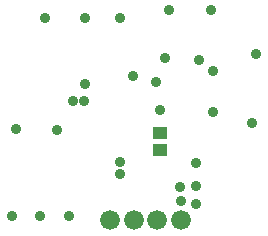
<source format=gbs>
%FSLAX23Y23*%
%MOIN*%
G04 EasyPC Gerber Version 16.0.6 Build 3249 *
%ADD122C,0.03600*%
%ADD73C,0.06600*%
%ADD109R,0.04931X0.04340*%
X0Y0D02*
D02*
D73*
X472Y133D03*
X551D03*
X630D03*
X709D03*
D02*
D109*
X639Y367D03*
Y424D03*
D02*
D122*
X145Y147D03*
X160Y438D03*
X240Y147D03*
X255Y808D03*
X295Y433D03*
X335Y147D03*
X350Y532D03*
X385D03*
X390Y588D03*
Y808D03*
X505Y288D03*
Y328D03*
Y808D03*
X550Y613D03*
X625Y593D03*
X640Y502D03*
X655Y673D03*
X670Y833D03*
X705Y243D03*
X710Y198D03*
X760Y188D03*
Y248D03*
Y323D03*
X770Y668D03*
X810Y833D03*
X815Y493D03*
Y632D03*
X945Y458D03*
X960Y688D03*
X0Y0D02*
M02*

</source>
